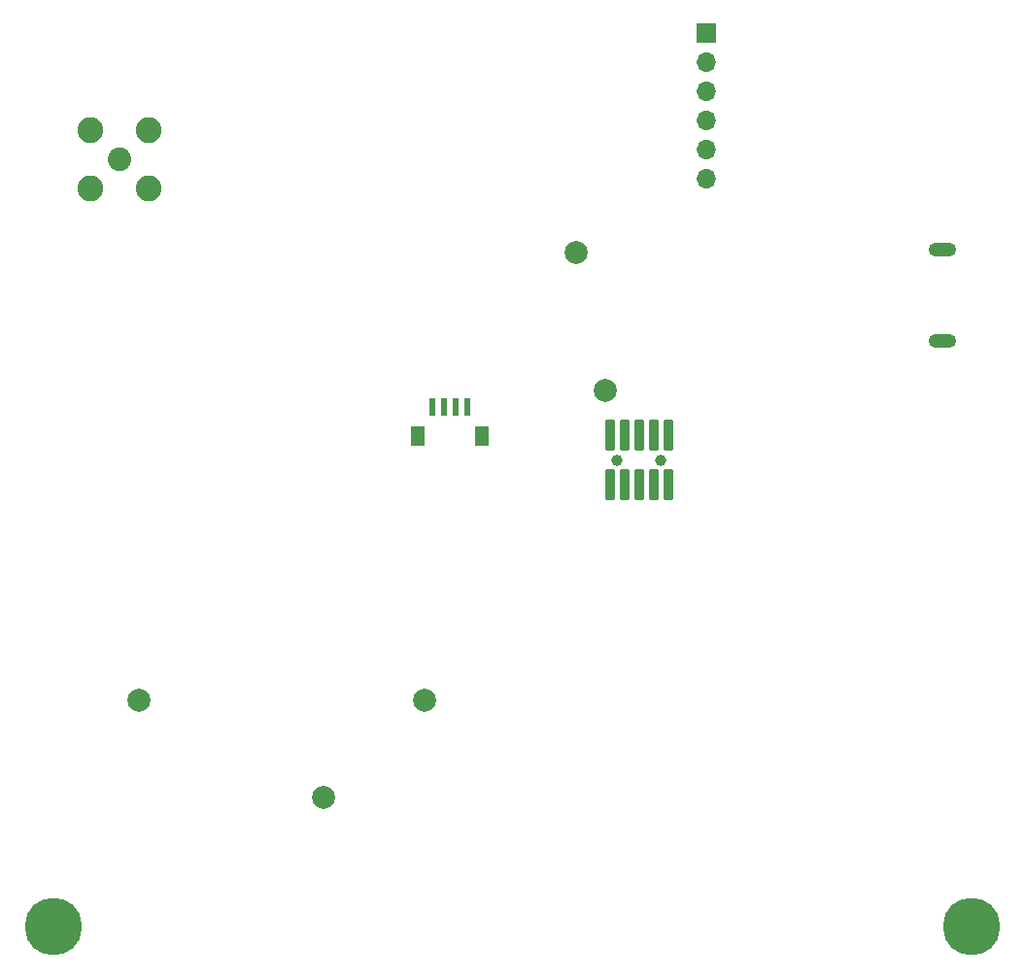
<source format=gbr>
%TF.GenerationSoftware,KiCad,Pcbnew,7.0.1*%
%TF.CreationDate,2024-01-18T19:19:16-07:00*%
%TF.ProjectId,flight_computer_dev_board_rfm98pw,666c6967-6874-45f6-936f-6d7075746572,rev?*%
%TF.SameCoordinates,Original*%
%TF.FileFunction,Soldermask,Bot*%
%TF.FilePolarity,Negative*%
%FSLAX46Y46*%
G04 Gerber Fmt 4.6, Leading zero omitted, Abs format (unit mm)*
G04 Created by KiCad (PCBNEW 7.0.1) date 2024-01-18 19:19:16*
%MOMM*%
%LPD*%
G01*
G04 APERTURE LIST*
G04 Aperture macros list*
%AMRoundRect*
0 Rectangle with rounded corners*
0 $1 Rounding radius*
0 $2 $3 $4 $5 $6 $7 $8 $9 X,Y pos of 4 corners*
0 Add a 4 corners polygon primitive as box body*
4,1,4,$2,$3,$4,$5,$6,$7,$8,$9,$2,$3,0*
0 Add four circle primitives for the rounded corners*
1,1,$1+$1,$2,$3*
1,1,$1+$1,$4,$5*
1,1,$1+$1,$6,$7*
1,1,$1+$1,$8,$9*
0 Add four rect primitives between the rounded corners*
20,1,$1+$1,$2,$3,$4,$5,0*
20,1,$1+$1,$4,$5,$6,$7,0*
20,1,$1+$1,$6,$7,$8,$9,0*
20,1,$1+$1,$8,$9,$2,$3,0*%
G04 Aperture macros list end*
%ADD10C,2.000000*%
%ADD11C,2.050000*%
%ADD12C,2.250000*%
%ADD13C,5.000000*%
%ADD14O,2.416000X1.208000*%
%ADD15R,1.700000X1.700000*%
%ADD16O,1.700000X1.700000*%
%ADD17C,1.000000*%
%ADD18RoundRect,0.050800X0.380000X1.300000X-0.380000X1.300000X-0.380000X-1.300000X0.380000X-1.300000X0*%
%ADD19R,0.600000X1.550000*%
%ADD20R,1.200000X1.800000*%
G04 APERTURE END LIST*
D10*
%TO.C,TP5*%
X179780000Y-118360000D03*
%TD*%
D11*
%TO.C,J6*%
X153170000Y-71210000D03*
D12*
X150630000Y-68670000D03*
X150630000Y-73750000D03*
X155710000Y-68670000D03*
X155710000Y-73750000D03*
%TD*%
D10*
%TO.C,TP3*%
X154880000Y-118320000D03*
%TD*%
%TO.C,TP4*%
X170910000Y-126760000D03*
%TD*%
D13*
%TO.C,*%
X227414400Y-138100000D03*
%TD*%
%TO.C,*%
X147381083Y-138100000D03*
%TD*%
D10*
%TO.C,TP2*%
X195510000Y-91320000D03*
%TD*%
%TO.C,TP1*%
X192960000Y-79300000D03*
%TD*%
D14*
%TO.C,J8*%
X224920000Y-86970000D03*
X224920000Y-79070000D03*
%TD*%
D15*
%TO.C,J3*%
X204330000Y-60190000D03*
D16*
X204330000Y-62730000D03*
X204330000Y-65270000D03*
X204330000Y-67810000D03*
X204330000Y-70350000D03*
X204330000Y-72890000D03*
%TD*%
D17*
%TO.C,J1*%
X200345000Y-97380000D03*
X196535000Y-97380000D03*
D18*
X200980000Y-99530000D03*
X200980000Y-95230000D03*
X199710000Y-99530000D03*
X199710000Y-95230000D03*
X198440000Y-99530000D03*
X198440000Y-95230000D03*
X197170000Y-99530000D03*
X197170000Y-95230000D03*
X195900000Y-99530000D03*
X195900000Y-95230000D03*
%TD*%
D19*
%TO.C,J12*%
X180440000Y-92747500D03*
X181440000Y-92747500D03*
X182440000Y-92747500D03*
X183440000Y-92747500D03*
D20*
X179140000Y-95272500D03*
X184740000Y-95272500D03*
%TD*%
M02*

</source>
